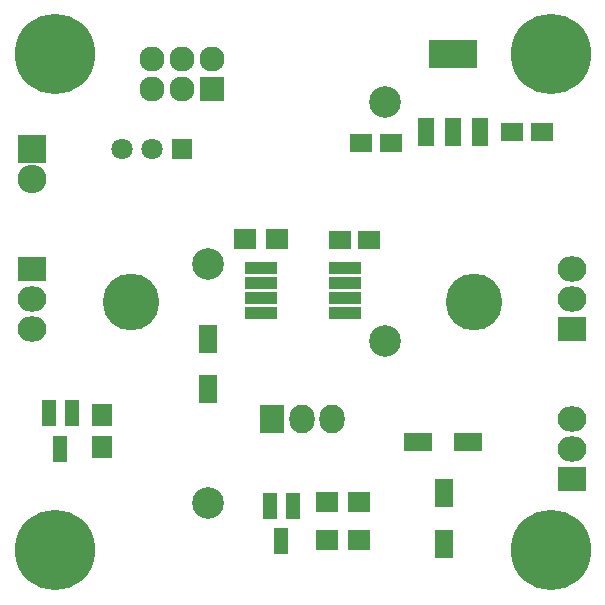
<source format=gts>
G04 #@! TF.FileFunction,Soldermask,Top*
%FSLAX46Y46*%
G04 Gerber Fmt 4.6, Leading zero omitted, Abs format (unit mm)*
G04 Created by KiCad (PCBNEW 4.0.1-stable) date 10/08/2016 20:55:18*
%MOMM*%
G01*
G04 APERTURE LIST*
%ADD10C,0.100000*%
%ADD11R,2.686000X1.000000*%
%ADD12R,2.400000X1.620000*%
%ADD13R,2.432000X2.127200*%
%ADD14O,2.432000X2.127200*%
%ADD15C,2.686000*%
%ADD16R,4.057600X2.432000*%
%ADD17R,1.416000X2.432000*%
%ADD18C,6.800000*%
%ADD19R,1.200100X2.200860*%
%ADD20R,2.127200X2.432000*%
%ADD21O,2.127200X2.432000*%
%ADD22R,1.900000X1.650000*%
%ADD23R,1.900000X1.700000*%
%ADD24R,1.700000X1.900000*%
%ADD25R,2.127200X2.127200*%
%ADD26O,2.127200X2.127200*%
%ADD27R,2.432000X2.432000*%
%ADD28O,2.432000X2.432000*%
%ADD29C,4.800000*%
%ADD30R,1.797000X1.797000*%
%ADD31C,1.797000*%
%ADD32R,1.620000X2.400000*%
G04 APERTURE END LIST*
D10*
D11*
X148556000Y-82095000D03*
X148556000Y-83365000D03*
X148556000Y-84635000D03*
X148556000Y-85905000D03*
X141444000Y-85905000D03*
X141444000Y-84635000D03*
X141444000Y-83365000D03*
X141444000Y-82095000D03*
D12*
X159031600Y-96805000D03*
X154764400Y-96805000D03*
D13*
X167820000Y-99980000D03*
D14*
X167820000Y-97440000D03*
X167820000Y-94900000D03*
D15*
X152000000Y-68000000D03*
X152000000Y-88240000D03*
X137000000Y-102000000D03*
X137000000Y-81760000D03*
D16*
X157750000Y-63948000D03*
D17*
X157750000Y-70552000D03*
X160036000Y-70552000D03*
X155464000Y-70552000D03*
D18*
X166000000Y-64000000D03*
D19*
X144150000Y-102198860D03*
X142250000Y-102198860D03*
X143200000Y-105201140D03*
X125450000Y-94398860D03*
X123550000Y-94398860D03*
X124500000Y-97401140D03*
D20*
X142420000Y-94900000D03*
D21*
X144960000Y-94900000D03*
X147500000Y-94900000D03*
D13*
X122100000Y-82200000D03*
D14*
X122100000Y-84740000D03*
X122100000Y-87280000D03*
D22*
X152450000Y-71500000D03*
X149950000Y-71500000D03*
X162750000Y-70600000D03*
X165250000Y-70600000D03*
X148150000Y-79700000D03*
X150650000Y-79700000D03*
D23*
X147050000Y-101900000D03*
X149750000Y-101900000D03*
D24*
X128000000Y-97250000D03*
X128000000Y-94550000D03*
D23*
X147050000Y-105100000D03*
X149750000Y-105100000D03*
X140150000Y-79650000D03*
X142850000Y-79650000D03*
D25*
X137340000Y-66960000D03*
D26*
X137340000Y-64420000D03*
X134800000Y-66960000D03*
X134800000Y-64420000D03*
X132260000Y-66960000D03*
X132260000Y-64420000D03*
D13*
X167820000Y-87280000D03*
D14*
X167820000Y-84740000D03*
X167820000Y-82200000D03*
D18*
X166000000Y-106000000D03*
X124000000Y-106000000D03*
X124000000Y-64000000D03*
D27*
X122100000Y-72040000D03*
D28*
X122100000Y-74580000D03*
D29*
X130500000Y-85000000D03*
X159500000Y-85000000D03*
D30*
X134800000Y-72040000D03*
D31*
X132260000Y-72040000D03*
X129720000Y-72040000D03*
D32*
X157000000Y-105433600D03*
X157000000Y-101166400D03*
X136959000Y-92360000D03*
X136959000Y-88092800D03*
M02*

</source>
